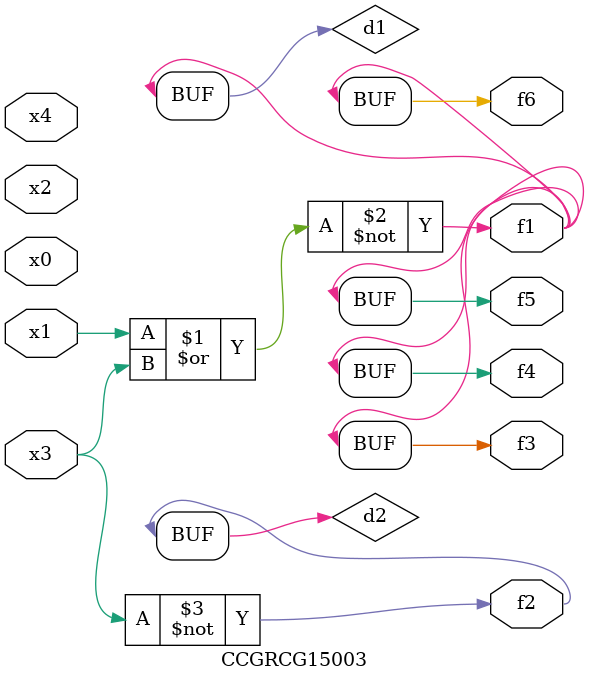
<source format=v>
module CCGRCG15003(
	input x0, x1, x2, x3, x4,
	output f1, f2, f3, f4, f5, f6
);

	wire d1, d2;

	nor (d1, x1, x3);
	not (d2, x3);
	assign f1 = d1;
	assign f2 = d2;
	assign f3 = d1;
	assign f4 = d1;
	assign f5 = d1;
	assign f6 = d1;
endmodule

</source>
